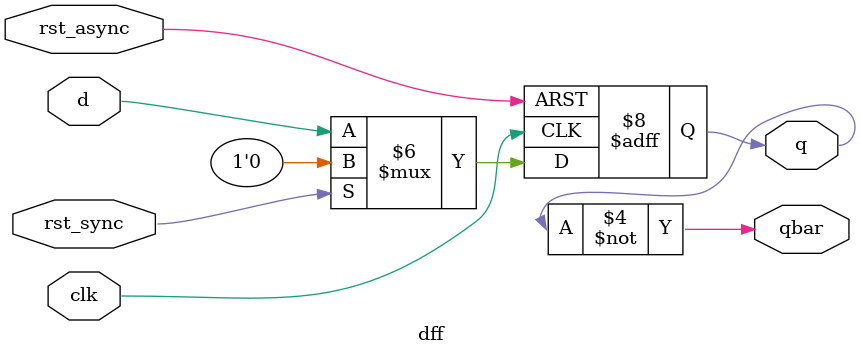
<source format=v>

module dff (

	input			clk,
	input			rst_sync, rst_async,	// Active high
	input			d,
	output	reg		q,
	output	wire	qbar

);
	
	always@(posedge clk or posedge rst_async) begin	// Async rst
	
		if(rst_async == 1'b1)
		
			q <= 1'b0;
		
		else begin

			if(rst_sync == 1'b1)	// Sync
			
				q <= 1'b0;

			else
			
				q <= d;
	
		end
	
	end
	
	assign qbar = ~q;

endmodule
</source>
